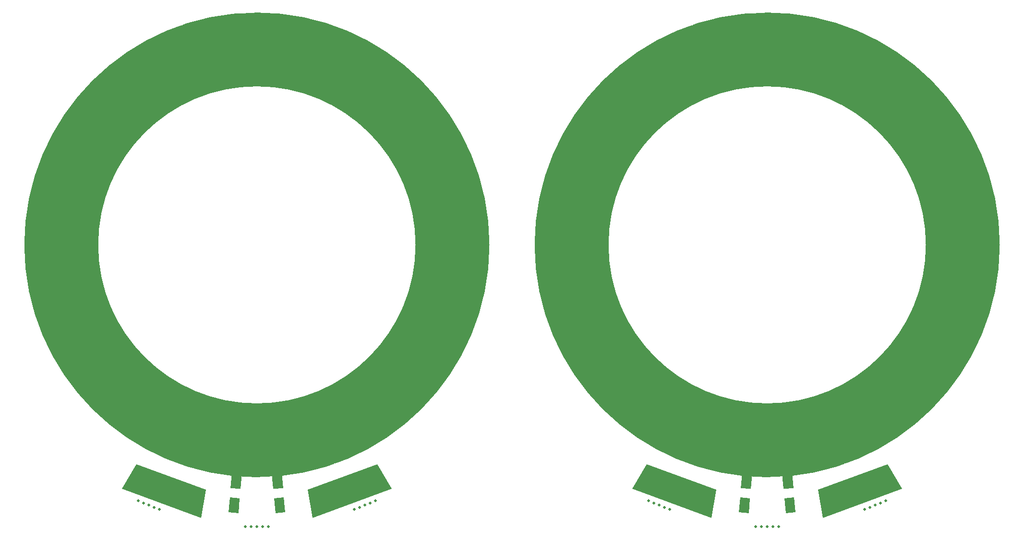
<source format=gts>
G04 #@! TF.FileFunction,Soldermask,Top*
%FSLAX46Y46*%
G04 Gerber Fmt 4.6, Leading zero omitted, Abs format (unit mm)*
G04 Created by KiCad (PCBNEW 4.0.2-1.fc23-product) date Sun 04 Sep 2016 23:35:13 BST*
%MOMM*%
G01*
G04 APERTURE LIST*
%ADD10C,0.150000*%
%ADD11C,13.000000*%
%ADD12C,0.500000*%
%ADD13C,1.100000*%
G04 APERTURE END LIST*
D10*
D11*
X139500000Y-95000000D02*
G75*
G03X139500000Y-95000000I-34500000J0D01*
G01*
X229500000Y-95000000D02*
G75*
G03X229500000Y-95000000I-34500000J0D01*
G01*
D10*
G36*
X126231895Y-133689785D02*
X128804920Y-138070372D01*
X114823595Y-143221348D01*
X113939589Y-138218495D01*
X126231895Y-133689785D01*
X126231895Y-133689785D01*
G37*
G36*
X96060411Y-138218495D02*
X95176405Y-143221348D01*
X81195080Y-138070372D01*
X83768105Y-133689785D01*
X96060411Y-138218495D01*
X96060411Y-138218495D01*
G37*
G36*
X110004537Y-142215516D02*
X108261196Y-142368038D01*
X108030233Y-139728122D01*
X109773574Y-139575600D01*
X110004537Y-142215516D01*
X110004537Y-142215516D01*
G37*
G36*
X109629767Y-137931878D02*
X107886426Y-138084400D01*
X107655463Y-135444484D01*
X109398804Y-135291962D01*
X109629767Y-137931878D01*
X109629767Y-137931878D01*
G37*
G36*
X100601196Y-135291962D02*
X102344537Y-135444484D01*
X102113574Y-138084400D01*
X100370233Y-137931878D01*
X100601196Y-135291962D01*
X100601196Y-135291962D01*
G37*
G36*
X100226426Y-139575600D02*
X101969767Y-139728122D01*
X101738804Y-142368038D01*
X99995463Y-142215516D01*
X100226426Y-139575600D01*
X100226426Y-139575600D01*
G37*
D12*
X133110000Y-123110000D03*
X133817107Y-122402893D03*
X134524214Y-121695786D03*
X132402893Y-123817107D03*
X131695786Y-124524214D03*
X141720000Y-110210000D03*
X142102683Y-109286120D03*
X142485367Y-108362241D03*
X141337317Y-111133880D03*
X140954633Y-112057759D03*
X144750000Y-95000000D03*
X144750000Y-94000000D03*
X144750000Y-93000000D03*
X144750000Y-96000000D03*
X144750000Y-97000000D03*
X141720000Y-79790000D03*
X141337317Y-78866120D03*
X140954633Y-77942241D03*
X142102683Y-80713880D03*
X142485367Y-81637759D03*
X133110000Y-66890000D03*
X132402893Y-66182893D03*
X131695786Y-65475786D03*
X133817107Y-67597107D03*
X134524214Y-68304214D03*
X120210000Y-58280000D03*
X119286120Y-57897317D03*
X118362241Y-57514633D03*
X121133880Y-58662683D03*
X122057759Y-59045367D03*
X105000000Y-55250000D03*
X104000000Y-55250000D03*
X103000000Y-55250000D03*
X106000000Y-55250000D03*
X107000000Y-55250000D03*
X89790000Y-58280000D03*
X88866120Y-58662683D03*
X87942241Y-59045367D03*
X90713880Y-57897317D03*
X91637759Y-57514633D03*
X76890000Y-66890000D03*
X76182893Y-67597107D03*
X75475786Y-68304214D03*
X77597107Y-66182893D03*
X78304214Y-65475786D03*
X68280000Y-79790000D03*
X67897317Y-80713880D03*
X67514633Y-81637759D03*
X68662683Y-78866120D03*
X69045367Y-77942241D03*
X65250000Y-95000000D03*
X65250000Y-96000000D03*
X65250000Y-97000000D03*
X65250000Y-94000000D03*
X65250000Y-93000000D03*
X68280000Y-110210000D03*
X68662683Y-111133880D03*
X69045367Y-112057759D03*
X67897317Y-109286120D03*
X67514633Y-108362241D03*
X76890000Y-123110000D03*
X77597107Y-123817107D03*
X78304214Y-124524214D03*
X76182893Y-122402893D03*
X75475786Y-121695786D03*
X85960000Y-140960000D03*
X86883880Y-141342683D03*
X87807759Y-141725367D03*
X85036120Y-140577317D03*
X84112241Y-140194633D03*
X105000000Y-144750000D03*
X106000000Y-144750000D03*
X107000000Y-144750000D03*
X104000000Y-144750000D03*
X103000000Y-144750000D03*
X124040000Y-140960000D03*
X124963880Y-140577317D03*
X125887759Y-140194633D03*
X123116120Y-141342683D03*
X122192241Y-141725367D03*
D10*
G36*
X216231895Y-133689785D02*
X218804920Y-138070372D01*
X204823595Y-143221348D01*
X203939589Y-138218495D01*
X216231895Y-133689785D01*
X216231895Y-133689785D01*
G37*
G36*
X186060411Y-138218495D02*
X185176405Y-143221348D01*
X171195080Y-138070372D01*
X173768105Y-133689785D01*
X186060411Y-138218495D01*
X186060411Y-138218495D01*
G37*
G36*
X200004537Y-142215516D02*
X198261196Y-142368038D01*
X198030233Y-139728122D01*
X199773574Y-139575600D01*
X200004537Y-142215516D01*
X200004537Y-142215516D01*
G37*
G36*
X199629767Y-137931878D02*
X197886426Y-138084400D01*
X197655463Y-135444484D01*
X199398804Y-135291962D01*
X199629767Y-137931878D01*
X199629767Y-137931878D01*
G37*
G36*
X190601196Y-135291962D02*
X192344537Y-135444484D01*
X192113574Y-138084400D01*
X190370233Y-137931878D01*
X190601196Y-135291962D01*
X190601196Y-135291962D01*
G37*
G36*
X190226426Y-139575600D02*
X191969767Y-139728122D01*
X191738804Y-142368038D01*
X189995463Y-142215516D01*
X190226426Y-139575600D01*
X190226426Y-139575600D01*
G37*
D12*
X223110000Y-123110000D03*
X223817107Y-122402893D03*
X224524214Y-121695786D03*
X222402893Y-123817107D03*
X221695786Y-124524214D03*
X231720000Y-110210000D03*
X232102683Y-109286120D03*
X232485367Y-108362241D03*
X231337317Y-111133880D03*
X230954633Y-112057759D03*
X234750000Y-95000000D03*
X234750000Y-94000000D03*
X234750000Y-93000000D03*
X234750000Y-96000000D03*
X234750000Y-97000000D03*
X231720000Y-79790000D03*
X231337317Y-78866120D03*
X230954633Y-77942241D03*
X232102683Y-80713880D03*
X232485367Y-81637759D03*
X223110000Y-66890000D03*
X222402893Y-66182893D03*
X221695786Y-65475786D03*
X223817107Y-67597107D03*
X224524214Y-68304214D03*
X210210000Y-58280000D03*
X209286120Y-57897317D03*
X208362241Y-57514633D03*
X211133880Y-58662683D03*
X212057759Y-59045367D03*
X195000000Y-55250000D03*
X194000000Y-55250000D03*
X193000000Y-55250000D03*
X196000000Y-55250000D03*
X197000000Y-55250000D03*
X179790000Y-58280000D03*
X178866120Y-58662683D03*
X177942241Y-59045367D03*
X180713880Y-57897317D03*
X181637759Y-57514633D03*
X166890000Y-66890000D03*
X166182893Y-67597107D03*
X165475786Y-68304214D03*
X167597107Y-66182893D03*
X168304214Y-65475786D03*
X158280000Y-79790000D03*
X157897317Y-80713880D03*
X157514633Y-81637759D03*
X158662683Y-78866120D03*
X159045367Y-77942241D03*
X155250000Y-95000000D03*
X155250000Y-96000000D03*
X155250000Y-97000000D03*
X155250000Y-94000000D03*
X155250000Y-93000000D03*
X158280000Y-110210000D03*
X158662683Y-111133880D03*
X159045367Y-112057759D03*
X157897317Y-109286120D03*
X157514633Y-108362241D03*
X166890000Y-123110000D03*
X167597107Y-123817107D03*
X168304214Y-124524214D03*
X166182893Y-122402893D03*
X165475786Y-121695786D03*
X175960000Y-140960000D03*
X176883880Y-141342683D03*
X177807759Y-141725367D03*
X175036120Y-140577317D03*
X174112241Y-140194633D03*
X195000000Y-144750000D03*
X196000000Y-144750000D03*
X197000000Y-144750000D03*
X194000000Y-144750000D03*
X193000000Y-144750000D03*
X214040000Y-140960000D03*
X214963880Y-140577317D03*
X215887759Y-140194633D03*
X213116120Y-141342683D03*
X212192241Y-141725367D03*
D13*
X105000000Y-127000000D03*
X195000000Y-127000000D03*
M02*

</source>
